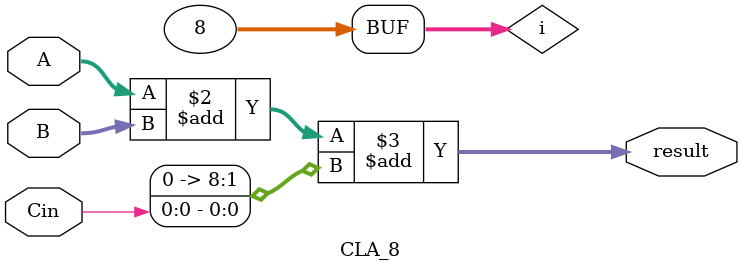
<source format=v>
module CLA_8(
    input                   Cin,
    input   wire[7:0]       A,
    input   wire[7:0]       B,
    output  wire[8:0]       result
);

reg [7:0]             G;
reg [7:0]             P;
reg [7:0]             C;
reg [7:0]             S;

    //assign result = {C[7] , S[7] , S[6] , S[5] , S[4] , S[3] , S[2] , S[1] , S[0]}; 

    assign result = A+ B + {7'd0,Cin};

    always @(*)begin
        C[0] = G[0] | (Cin & P[0]);
        C[1] = G[1] | (P[1] & G[0]) | (P[1] & P[0] & Cin);
        C[2] = G[2] | (P[2] & G[1]) | (P[2] & P[1] & G[0]) | (P[2] & P[1] & P[0] & Cin);
        C[3] = G[3] | (P[3] & G[2]) | (P[3] & P[2] & G[1]) | (P[3] & P[2] & P[1] & P[0] & Cin);
        C[4] = G[4] | (P[4] & G[3]) | (P[4] & P[3] & G[2]) | (P[4] & P[3] & P[2] & G[1]) | (P[4] & P[3] & P[2] & P[1] & P[0] & Cin);
        C[5] = G[5] | (P[5] & G[4]) | (P[5] & P[4] & G[3]) | (P[5] & P[4] & P[3] & G[2]) | (P[5] & P[4] & P[3] & P[2] & G[1]) | (P[5] & P[4] & P[3] & P[2] & P[1] & P[0] & Cin);
        C[6] = G[6] | (P[6] & G[5]) | (P[6] & P[5] & G[4]) | (P[6] & P[5] & P[4] & G[3]) | (P[6] & P[5] & P[4] & P[3] & G[2]) | (P[6] & P[5] & P[4] & P[3] & P[2] & G[1]) | (P[6] & P[5] & P[4] & P[3] & P[2] & P[1] & P[0] & Cin);
        C[7] = G[7] | (P[7] & G[6]) | (P[7] & P[6] & G[5]) | (P[7] & P[6] & P[5] & G[4]) | (P[7] & P[6] & P[5] & P[4] & G[3]) | (P[7] & P[6] & P[5] & P[4] & P[3] & G[2]) | (P[7] & P[6] & P[5] & P[4] & P[3] & P[2] & G[1]) | (P[7] & P[6] & P[5] & P[4] & P[3] & P[2] & P[1] & P[0] & Cin);
    end

    always @(*) begin
        S[0] = A[0] ^ B[0] ^ Cin ;
        S[1] = A[1] ^ B[1] ^ C[0];
        S[2] = A[2] ^ B[2] ^ C[1];
        S[3] = A[3] ^ B[3] ^ C[2];
        S[4] = A[4] ^ B[4] ^ C[3];
        S[5] = A[5] ^ B[5] ^ C[4];
        S[6] = A[6] ^ B[6] ^ C[5];
        S[7] = A[7] ^ B[7] ^ C[6];
    end


    integer i;
    always @(*) begin
        for(i=0 ; i<8 ;i=i+1)begin
            G[i] = A[i] & B[i];
            P[i] = A[i] ^ B[i];
        end
    end
endmodule
</source>
